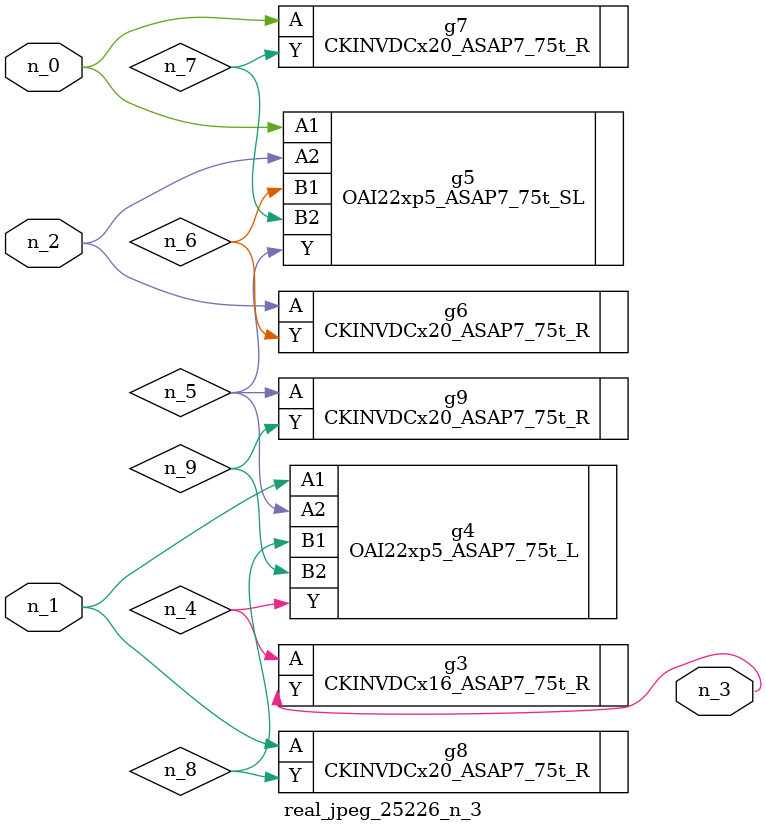
<source format=v>
module real_jpeg_25226_n_3 (n_1, n_0, n_2, n_3);

input n_1;
input n_0;
input n_2;

output n_3;

wire n_5;
wire n_8;
wire n_4;
wire n_6;
wire n_7;
wire n_9;

OAI22xp5_ASAP7_75t_SL g5 ( 
.A1(n_0),
.A2(n_2),
.B1(n_6),
.B2(n_7),
.Y(n_5)
);

CKINVDCx20_ASAP7_75t_R g7 ( 
.A(n_0),
.Y(n_7)
);

OAI22xp5_ASAP7_75t_L g4 ( 
.A1(n_1),
.A2(n_5),
.B1(n_8),
.B2(n_9),
.Y(n_4)
);

CKINVDCx20_ASAP7_75t_R g8 ( 
.A(n_1),
.Y(n_8)
);

CKINVDCx20_ASAP7_75t_R g6 ( 
.A(n_2),
.Y(n_6)
);

CKINVDCx16_ASAP7_75t_R g3 ( 
.A(n_4),
.Y(n_3)
);

CKINVDCx20_ASAP7_75t_R g9 ( 
.A(n_5),
.Y(n_9)
);


endmodule
</source>
